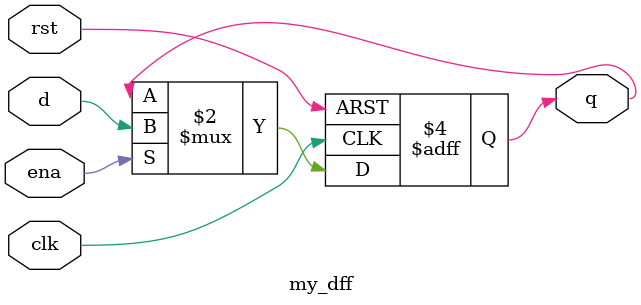
<source format=v>
module my_dff (
  input wire clk,
  input wire rst,
  input wire ena,
  input wire d,
  output reg q

);

always @(posedge clk, posedge rst) begin

  if (rst) begin
    q <= 1'b0;
  end else if (ena) begin
    q <= d;
  end
end

endmodule 
</source>
